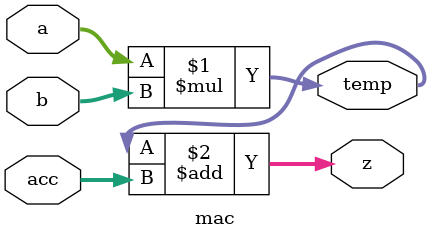
<source format=v>
module mac(a,b,temp,acc,z);
  input[7:0] a;
  input[7:0] b;
  input[15:0] acc;
  
  output[15:0] temp;
  output[15:0] z;

  assign temp = a*b;
  assign z = temp + acc;
endmodule


</source>
